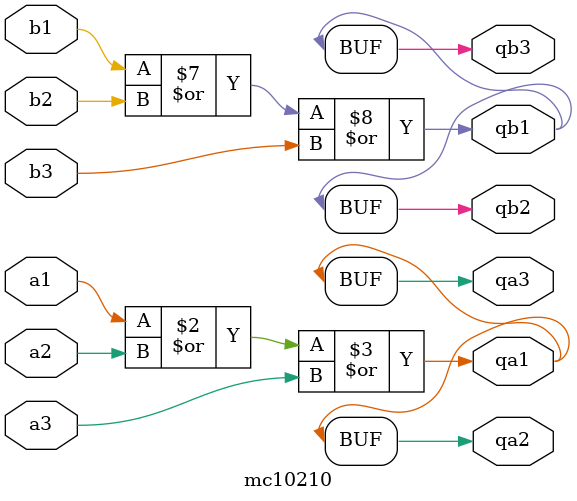
<source format=sv>
module mc10210(input bit a1,a2,a3, b1,b2,b3,
	       output bit qa1,qa2,qa3, qb1,qb2,qb3);
   
  always_comb qa1 = a1|a2|a3;
  always_comb qa2 = qa1;
  always_comb qa3 = qa1;
  always_comb qb1 = b1|b2|b3;
  always_comb qb2 = qb1;
  always_comb qb3 = qb1;
endmodule // mc10210

</source>
